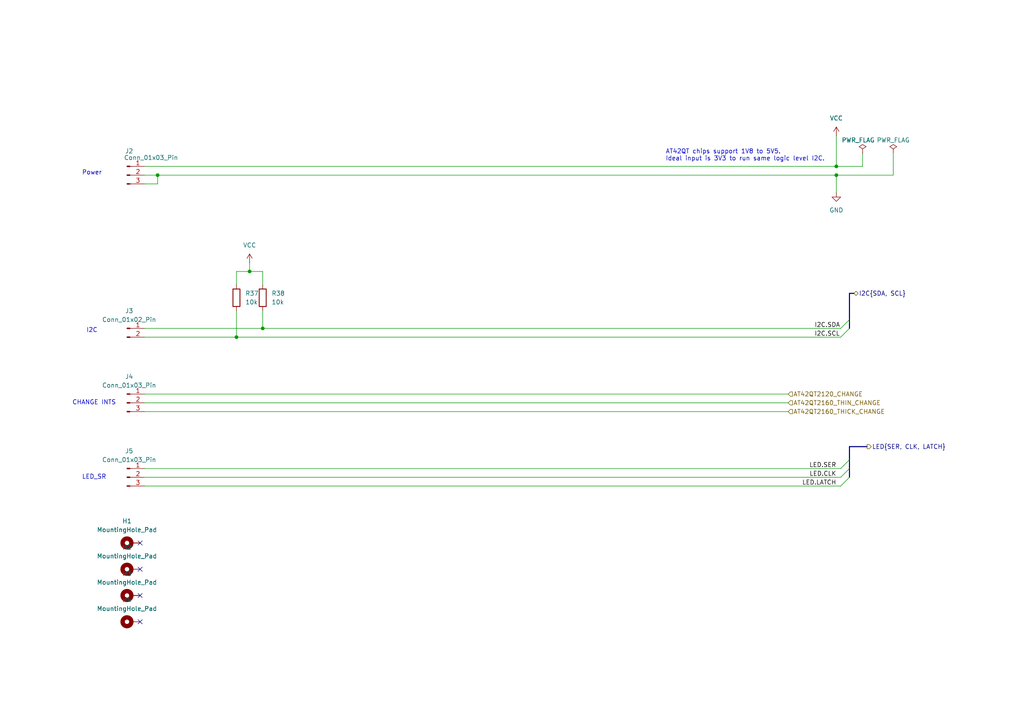
<source format=kicad_sch>
(kicad_sch (version 20231120) (generator "eeschema") (generator_version "8.0")
  (paper "A4")
  (lib_symbols
    (symbol "Connector:Conn_01x02_Pin" (pin_names (offset 1.016) hide)
      (property "Reference" "J" (at 0 2.54 0))
      (property "Value" "Conn_01x02_Pin" (at 0 -5.08 0))
      (symbol "Conn_01x02_Pin_1_1"
        (polyline (pts (xy 1.27 -2.54) (xy 0.8636 -2.54)) (stroke (width 0.1524)))
        (polyline (pts (xy 1.27 0) (xy 0.8636 0)) (stroke (width 0.1524)))
        (rectangle (start 0.8636 -2.413) (end 0 -2.667) (stroke (width 0.1524)) (fill (type outline)))
        (rectangle (start 0.8636 0.127) (end 0 -0.127) (stroke (width 0.1524)) (fill (type outline)))
        (pin passive line (at 5.08 0 180) (length 3.81) (name "Pin_1") (number "1"))
        (pin passive line (at 5.08 -2.54 180) (length 3.81) (name "Pin_2") (number "2"))
      )
    )
    (symbol "Connector:Conn_01x03_Pin" (pin_names (offset 1.016) hide)
      (property "Reference" "J" (at 0 5.08 0))
      (property "Value" "Conn_01x03_Pin" (at 0 -5.08 0))
      (symbol "Conn_01x03_Pin_1_1"
        (polyline (pts (xy 1.27 -2.54) (xy 0.8636 -2.54)) (stroke (width 0.1524)))
        (polyline (pts (xy 1.27 0) (xy 0.8636 0)) (stroke (width 0.1524)))
        (polyline (pts (xy 1.27 2.54) (xy 0.8636 2.54)) (stroke (width 0.1524)))
        (rectangle (start 0.8636 -2.413) (end 0 -2.667) (stroke (width 0.1524)) (fill (type outline)))
        (rectangle (start 0.8636 0.127) (end 0 -0.127) (stroke (width 0.1524)) (fill (type outline)))
        (rectangle (start 0.8636 2.667) (end 0 2.413) (stroke (width 0.1524)) (fill (type outline)))
        (pin passive line (at 5.08 2.54 180) (length 3.81) (name "Pin_1") (number "1"))
        (pin passive line (at 5.08 0 180) (length 3.81) (name "Pin_2") (number "2"))
        (pin passive line (at 5.08 -2.54 180) (length 3.81) (name "Pin_3") (number "3"))
      )
    )
    (symbol "Device:R" (pin_numbers hide) (pin_names (offset 0))
      (property "Reference" "R" (at 2.032 0 90))
      (property "Value" "R" (at 0 0 90))
      (symbol "R_0_1"
        (rectangle (start -1.016 -2.54) (end 1.016 2.54) (stroke (width 0.254)))
      )
      (symbol "R_1_1"
        (pin passive line (at 0 3.81 270) (length 1.27) (name "~") (number "1"))
        (pin passive line (at 0 -3.81 90) (length 1.27) (name "~") (number "2"))
      )
    )
    (symbol "Mechanical:MountingHole_Pad" (pin_numbers hide) (pin_names (offset 1.016) hide) (exclude_from_sim yes) (in_bom no)
      (property "Reference" "H" (at 0 6.35 0))
      (property "Value" "MountingHole_Pad" (at 0 4.445 0))
      (symbol "MountingHole_Pad_0_1"
        (circle (center 0 1.27) (radius 1.27) (stroke (width 1.27)))
      )
      (symbol "MountingHole_Pad_1_1"
        (pin input line (at 0 -2.54 90) (length 2.54) (name "1") (number "1"))
      )
    )
    (symbol "power:GND" (power) (pin_numbers hide) (pin_names (offset 0) hide)
      (property "Value" "GND" (at 0 -3.81 0))
      (symbol "GND_0_1"
        (polyline (pts (xy 0 0) (xy 0 -1.27) (xy 1.27 -1.27) (xy 0 -2.54) (xy -1.27 -1.27) (xy 0 -1.27)))
      )
      (symbol "GND_1_1"
        (pin power_in line (at 0 0 270) (length 0) (name "~") (number "1"))
      )
    )
    (symbol "power:PWR_FLAG" (power) (pin_numbers hide) (pin_names (offset 0) hide)
      (property "Value" "PWR_FLAG" (at 0 3.81 0))
      (symbol "PWR_FLAG_0_0"
        (pin power_out line (at 0 0 90) (length 0) (name "~") (number "1"))
      )
      (symbol "PWR_FLAG_0_1"
        (polyline (pts (xy 0 0) (xy 0 1.27) (xy -1.016 1.905) (xy 0 2.54) (xy 1.016 1.905) (xy 0 1.27)))
      )
    )
    (symbol "power:VCC" (power) (pin_numbers hide) (pin_names (offset 0) hide)
      (property "Value" "VCC" (at 0 3.556 0))
      (symbol "VCC_0_1"
        (polyline (pts (xy -0.762 1.27) (xy 0 2.54)))
        (polyline (pts (xy 0 0) (xy 0 2.54)))
        (polyline (pts (xy 0 2.54) (xy 0.762 1.27)))
      )
      (symbol "VCC_1_1"
        (pin power_in line (at 0 0 90) (length 0) (name "~") (number "1"))
      )
    )
  )
  (junction (at 45.72 50.8))
  (junction (at 242.57 50.8))
  (junction (at 72.39 78.74))
  (junction (at 76.2 95.25))
  (junction (at 242.57 48.26))
  (junction (at 68.58 97.79))
  (no_connect (at 40.64 172.72))
  (no_connect (at 40.64 180.34))
  (no_connect (at 40.64 157.48))
  (no_connect (at 40.64 165.1))
  (bus_entry (at 246.38 92.71) (size -2.54 2.54))
  (bus_entry (at 246.38 135.89) (size -2.54 2.54))
  (bus_entry (at 246.38 95.25) (size -2.54 2.54))
  (bus_entry (at 246.38 138.43) (size -2.54 2.54))
  (bus_entry (at 246.38 133.35) (size -2.54 2.54))
  (bus (pts (xy 246.38 133.35) (xy 246.38 135.89)))
  (wire (pts (xy 45.72 50.8) (xy 242.57 50.8)))
  (wire (pts (xy 41.91 135.89) (xy 243.84 135.89)))
  (wire (pts (xy 41.91 116.84) (xy 228.6 116.84)))
  (wire (pts (xy 41.91 48.26) (xy 242.57 48.26)))
  (bus (pts (xy 246.38 92.71) (xy 246.38 95.25)))
  (wire (pts (xy 76.2 82.55) (xy 76.2 78.74)))
  (wire (pts (xy 41.91 140.97) (xy 243.84 140.97)))
  (wire (pts (xy 68.58 97.79) (xy 243.84 97.79)))
  (wire (pts (xy 242.57 50.8) (xy 259.08 50.8)))
  (bus (pts (xy 246.38 85.09) (xy 246.38 92.71)))
  (wire (pts (xy 76.2 95.25) (xy 243.84 95.25)))
  (wire (pts (xy 250.19 48.26) (xy 242.57 48.26)))
  (bus (pts (xy 246.38 135.89) (xy 246.38 138.43)))
  (wire (pts (xy 72.39 78.74) (xy 72.39 76.2)))
  (wire (pts (xy 68.58 82.55) (xy 68.58 78.74)))
  (wire (pts (xy 76.2 78.74) (xy 72.39 78.74)))
  (bus (pts (xy 251.46 129.54) (xy 246.38 129.54)))
  (wire (pts (xy 242.57 39.37) (xy 242.57 48.26)))
  (wire (pts (xy 41.91 95.25) (xy 76.2 95.25)))
  (wire (pts (xy 250.19 44.45) (xy 250.19 48.26)))
  (wire (pts (xy 41.91 119.38) (xy 228.6 119.38)))
  (wire (pts (xy 41.91 50.8) (xy 45.72 50.8)))
  (wire (pts (xy 68.58 78.74) (xy 72.39 78.74)))
  (wire (pts (xy 45.72 53.34) (xy 45.72 50.8)))
  (wire (pts (xy 41.91 138.43) (xy 243.84 138.43)))
  (wire (pts (xy 242.57 50.8) (xy 242.57 55.88)))
  (wire (pts (xy 41.91 53.34) (xy 45.72 53.34)))
  (wire (pts (xy 259.08 50.8) (xy 259.08 44.45)))
  (wire (pts (xy 41.91 97.79) (xy 68.58 97.79)))
  (wire (pts (xy 76.2 90.17) (xy 76.2 95.25)))
  (bus (pts (xy 246.38 129.54) (xy 246.38 133.35)))
  (wire (pts (xy 68.58 90.17) (xy 68.58 97.79)))
  (bus (pts (xy 246.38 85.09) (xy 247.65 85.09)))
  (wire (pts (xy 41.91 114.3) (xy 228.6 114.3)))
  (text "LED_SR" (at 27.305 138.43 0) (effects (font (size 1.27 1.27))))
  (text "CHANGE INTS" (at 27.305 116.84 0) (effects (font (size 1.27 1.27))))
  (text "AT42QT chips support 1V8 to 5V5.\nIdeal input is 3V3 to run same logic level I2C." (at 193.04 45.085 0) (effects (font (size 1.27 1.27)) (justify left)))
  (text "Power" (at 26.67 50.165 0) (effects (font (size 1.27 1.27))))
  (text "I2C" (at 26.67 95.885 0) (effects (font (size 1.27 1.27))))
  (label "LED.LATCH" (at 242.57 140.97 180))
  (label "I2C.SDA" (at 236.22 95.25 0))
  (label "LED.SER" (at 242.57 135.89 180))
  (label "I2C.SCL" (at 236.22 97.79 0))
  (label "LED.CLK" (at 242.57 138.43 180))
  (hierarchical_label "AT42QT2160_THIN_CHANGE" (shape input) (at 228.6 116.84 0))
  (hierarchical_label "I2C{SDA, SCL}" (shape bidirectional) (at 247.65 85.09 0))
  (hierarchical_label "LED{SER, CLK, LATCH}" (shape output) (at 251.46 129.54 0))
  (hierarchical_label "AT42QT2160_THICK_CHANGE" (shape input) (at 228.6 119.38 0))
  (hierarchical_label "AT42QT2120_CHANGE" (shape input) (at 228.6 114.3 0))
  (symbol (lib_id "Mechanical:MountingHole_Pad") (at 38.1 165.1 90) (unit 1) (exclude_from_sim yes) (in_bom no)
    (property "Reference" "H2" (at 36.83 158.75 90))
    (property "Value" "MountingHole_Pad" (at 36.83 161.29 90))
    (property "Footprint" "MountingHole:MountingHole_3.2mm_M3_DIN965_Pad" (effects (hide yes)))
    (property "Description" "Mounting Hole with connection" (effects (hide yes)))
  )
  (symbol (lib_id "Mechanical:MountingHole_Pad") (at 38.1 157.48 90) (unit 1) (exclude_from_sim yes) (in_bom no)
    (property "Reference" "H1" (at 36.83 151.13 90))
    (property "Value" "MountingHole_Pad" (at 36.83 153.67 90))
    (property "Footprint" "MountingHole:MountingHole_3.2mm_M3_DIN965_Pad" (effects (hide yes)))
    (property "Description" "Mounting Hole with connection" (effects (hide yes)))
  )
  (symbol (lib_id "Connector:Conn_01x02_Pin") (at 36.83 95.25 0) (unit 1)
    (property "Reference" "J3" (at 37.465 90.17 0))
    (property "Value" "Conn_01x02_Pin" (at 37.465 92.71 0))
    (property "Footprint" "Connector_PinHeader_2.54mm:PinHeader_1x02_P2.54mm_Vertical" (effects (hide yes)))
    (property "Description" "Generic connector, single row, 01x02, script generated" (effects (hide yes)))
  )
  (symbol (lib_id "Device:R") (at 76.2 86.36 0) (unit 1)
    (property "Reference" "R38" (at 78.74 85.0899 0) (effects (justify left)))
    (property "Value" "10k" (at 78.74 87.6299 0) (effects (justify left)))
    (property "Footprint" "Resistor_SMD:R_0603_1608Metric" (effects (hide yes)))
    (property "Description" "Resistor" (effects (hide yes)))
  )
  (symbol (lib_id "power:PWR_FLAG") (at 250.19 44.45 0) (unit 1)
    (property "Reference" "#FLG05" (effects (hide yes)))
    (property "Value" "PWR_FLAG" (at 248.92 40.64 0))
    (property "Description" "Special symbol for telling ERC where power comes from" (effects (hide yes)))
  )
  (symbol (lib_id "power:VCC") (at 242.57 39.37 0) (unit 1)
    (property "Reference" "#PWR09" (effects (hide yes)))
    (property "Value" "VCC" (at 242.57 34.29 0))
    (property "Description" "Power symbol creates a global label with name \"VCC\"" (effects (hide yes)))
  )
  (symbol (lib_id "power:VCC") (at 72.39 76.2 0) (unit 1)
    (property "Reference" "#PWR08" (effects (hide yes)))
    (property "Value" "VCC" (at 72.39 71.12 0))
    (property "Description" "Power symbol creates a global label with name \"VCC\"" (effects (hide yes)))
  )
  (symbol (lib_id "power:PWR_FLAG") (at 259.08 44.45 0) (unit 1)
    (property "Reference" "#FLG06" (effects (hide yes)))
    (property "Value" "PWR_FLAG" (at 259.08 40.64 0))
    (property "Description" "Special symbol for telling ERC where power comes from" (effects (hide yes)))
  )
  (symbol (lib_id "Mechanical:MountingHole_Pad") (at 38.1 180.34 90) (unit 1) (exclude_from_sim yes) (in_bom no)
    (property "Reference" "H4" (at 36.83 173.99 90))
    (property "Value" "MountingHole_Pad" (at 36.83 176.53 90))
    (property "Footprint" "MountingHole:MountingHole_3.2mm_M3_DIN965_Pad" (effects (hide yes)))
    (property "Description" "Mounting Hole with connection" (effects (hide yes)))
  )
  (symbol (lib_id "power:GND") (at 242.57 55.88 0) (unit 1)
    (property "Reference" "#PWR023" (effects (hide yes)))
    (property "Value" "GND" (at 242.57 60.96 0))
    (property "Description" "Power symbol creates a global label with name \"GND\" , ground" (effects (hide yes)))
  )
  (symbol (lib_id "Connector:Conn_01x03_Pin") (at 36.83 116.84 0) (unit 1)
    (property "Reference" "J4" (at 37.465 109.22 0))
    (property "Value" "Conn_01x03_Pin" (at 37.465 111.76 0))
    (property "Footprint" "Connector_PinHeader_2.54mm:PinHeader_1x03_P2.54mm_Vertical" (effects (hide yes)))
    (property "Description" "Generic connector, single row, 01x03, script generated" (effects (hide yes)))
  )
  (symbol (lib_id "Connector:Conn_01x03_Pin") (at 36.83 138.43 0) (unit 1)
    (property "Reference" "J5" (at 37.465 130.81 0))
    (property "Value" "Conn_01x03_Pin" (at 37.465 133.35 0))
    (property "Footprint" "Connector_PinHeader_2.54mm:PinHeader_1x03_P2.54mm_Vertical" (effects (hide yes)))
    (property "Description" "Generic connector, single row, 01x03, script generated" (effects (hide yes)))
  )
  (symbol (lib_id "Mechanical:MountingHole_Pad") (at 38.1 172.72 90) (unit 1) (exclude_from_sim yes) (in_bom no)
    (property "Reference" "H3" (at 36.83 166.37 90))
    (property "Value" "MountingHole_Pad" (at 36.83 168.91 90))
    (property "Footprint" "MountingHole:MountingHole_3.2mm_M3_DIN965_Pad" (effects (hide yes)))
    (property "Description" "Mounting Hole with connection" (effects (hide yes)))
  )
  (symbol (lib_id "Connector:Conn_01x03_Pin") (at 36.83 50.8 0) (unit 1)
    (property "Reference" "J2" (at 37.465 43.815 0))
    (property "Value" "Conn_01x03_Pin" (at 43.815 45.72 0))
    (property "Footprint" "Connector_PinHeader_2.54mm:PinHeader_1x03_P2.54mm_Vertical" (effects (hide yes)))
    (property "Description" "Generic connector, single row, 01x03, script generated" (effects (hide yes)))
  )
  (symbol (lib_id "Device:R") (at 68.58 86.36 0) (unit 1)
    (property "Reference" "R37" (at 71.12 85.0899 0) (effects (justify left)))
    (property "Value" "10k" (at 71.12 87.6299 0) (effects (justify left)))
    (property "Footprint" "Resistor_SMD:R_0603_1608Metric" (effects (hide yes)))
    (property "Description" "Resistor" (effects (hide yes)))
  )
)
</source>
